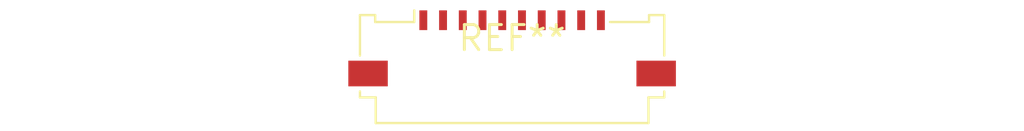
<source format=kicad_pcb>
(kicad_pcb (version 20240108) (generator pcbnew)
  (layers (0 "F.Cu" signal) (31 "B.Cu" signal) (34 "B.Paste" user) (35 "F.Paste" user) (36 "B.SilkS" user "B.Silkscreen") (37 "F.SilkS" user "F.Silkscreen") (38 "B.Mask" user) (39 "F.Mask" user) (44 "Edge.Cuts" user))
  (net 0 "")
  (footprint "Molex_200528-0100_1x10-1MP_P1.00mm_Horizontal" (layer "F.Cu") (at 0 0)
    (property "Reference" "REF**")
    (property "Value" "Molex_200528-0100_1x10-1MP_P1.00mm_Horizontal")
    (fp_line (start -7.71 -1.17) (end -7.71 0.88) (layer "F.SilkS") (stroke (width 0.12)))
    (fp_line (start -7.71 2.7) (end -7.71 3) (layer "F.SilkS") (stroke (width 0.12)))
    (fp_line (start -7.71 3) (end -6.91 3) (layer "F.SilkS") (stroke (width 0.12)))
    (fp_line (start -6.94 -1.17) (end -7.71 -1.17) (layer "F.SilkS") (stroke (width 0.12)))
    (fp_line (start -6.94 -0.82) (end -6.94 -1.17) (layer "F.SilkS") (stroke (width 0.12)))
    (fp_line (start -6.91 3) (end -6.91 4.3) (layer "F.SilkS") (stroke (width 0.12)))
    (fp_line (start -6.91 4.3) (end 6.91 4.3) (layer "F.SilkS") (stroke (width 0.12)))
    (fp_line (start -4.96 -1.41) (end -4.96 -0.82) (layer "F.SilkS") (stroke (width 0.12)))
    (fp_line (start -4.96 -0.82) (end -6.94 -0.82) (layer "F.SilkS") (stroke (width 0.12)))
    (fp_line (start 6.91 3) (end 7.71 3) (layer "F.SilkS") (stroke (width 0.12)))
    (fp_line (start 6.91 4.3) (end 6.91 3) (layer "F.SilkS") (stroke (width 0.12)))
    (fp_line (start 6.94 -1.17) (end 6.94 -0.82) (layer "F.SilkS") (stroke (width 0.12)))
    (fp_line (start 6.94 -0.82) (end 4.96 -0.82) (layer "F.SilkS") (stroke (width 0.12)))
    (fp_line (start 7.71 -1.17) (end 6.94 -1.17) (layer "F.SilkS") (stroke (width 0.12)))
    (fp_line (start 7.71 0.88) (end 7.71 -1.17) (layer "F.SilkS") (stroke (width 0.12)))
    (fp_line (start 7.71 3) (end 7.71 2.7) (layer "F.SilkS") (stroke (width 0.12)))
    (pad "1" smd rect (at -4.5 -0.91) (size 0.4 1) (layers "F.Cu" "F.Paste" "F.Mask"))
    (pad "2" smd rect (at -3.5 -0.91) (size 0.4 1) (layers "F.Cu" "F.Paste" "F.Mask"))
    (pad "3" smd rect (at -2.5 -0.91) (size 0.4 1) (layers "F.Cu" "F.Paste" "F.Mask"))
    (pad "4" smd rect (at -1.5 -0.91) (size 0.4 1) (layers "F.Cu" "F.Paste" "F.Mask"))
    (pad "5" smd rect (at -0.5 -0.91) (size 0.4 1) (layers "F.Cu" "F.Paste" "F.Mask"))
    (pad "6" smd rect (at 0.5 -0.91) (size 0.4 1) (layers "F.Cu" "F.Paste" "F.Mask"))
    (pad "7" smd rect (at 1.5 -0.91) (size 0.4 1) (layers "F.Cu" "F.Paste" "F.Mask"))
    (pad "8" smd rect (at 2.5 -0.91) (size 0.4 1) (layers "F.Cu" "F.Paste" "F.Mask"))
    (pad "9" smd rect (at 3.5 -0.91) (size 0.4 1) (layers "F.Cu" "F.Paste" "F.Mask"))
    (pad "10" smd rect (at 4.5 -0.91) (size 0.4 1) (layers "F.Cu" "F.Paste" "F.Mask"))
    (pad "MP" smd rect (at -7.3 1.79) (size 2 1.3) (layers "F.Cu" "F.Paste" "F.Mask"))
    (pad "MP" smd rect (at 7.3 1.79) (size 2 1.3) (layers "F.Cu" "F.Paste" "F.Mask"))
  )
)
</source>
